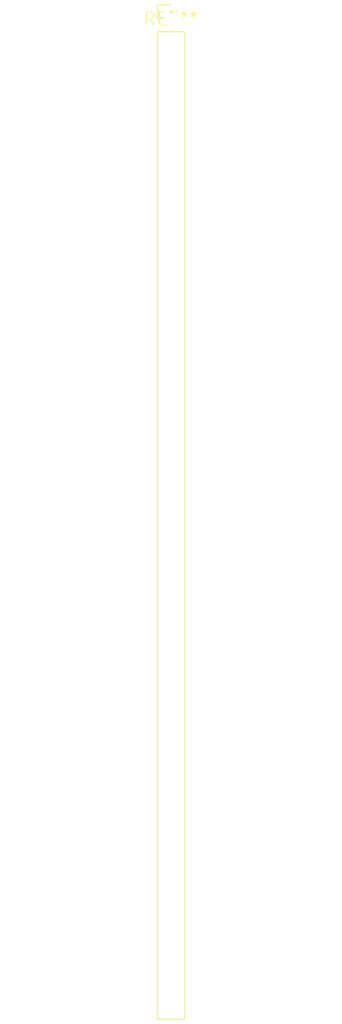
<source format=kicad_pcb>
(kicad_pcb (version 20240108) (generator pcbnew)
  (layers (0 "F.Cu" signal) (31 "B.Cu" signal) (34 "B.Paste" user) (35 "F.Paste" user) (36 "B.SilkS" user "B.Silkscreen") (37 "F.SilkS" user "F.Silkscreen") (38 "B.Mask" user) (39 "F.Mask" user) (44 "Edge.Cuts" user))
  (net 0 "")
  (footprint "PinHeader_1x39_P2.54mm_Vertical" (layer "F.Cu") (at 0 0)
    (property "Reference" "REF**")
    (property "Value" "PinHeader_1x39_P2.54mm_Vertical")
    (fp_line (start -1.33 -1.33) (end 0 -1.33) (layer "F.SilkS") (stroke (width 0.12)))
    (fp_line (start -1.33 0) (end -1.33 -1.33) (layer "F.SilkS") (stroke (width 0.12)))
    (fp_line (start -1.33 1.27) (end -1.33 97.85) (layer "F.SilkS") (stroke (width 0.12)))
    (fp_line (start -1.33 1.27) (end 1.33 1.27) (layer "F.SilkS") (stroke (width 0.12)))
    (fp_line (start -1.33 97.85) (end 1.33 97.85) (layer "F.SilkS") (stroke (width 0.12)))
    (fp_line (start 1.33 1.27) (end 1.33 97.85) (layer "F.SilkS") (stroke (width 0.12)))
    (pad "1" thru_hole rect (at 0 0) (size 1.7 1.7) (drill 1) (layers *.Cu *.Mask) (remove_unused_layers))
    (pad "2" thru_hole oval (at 0 2.54) (size 1.7 1.7) (drill 1) (layers *.Cu *.Mask) (remove_unused_layers))
    (pad "3" thru_hole oval (at 0 5.08) (size 1.7 1.7) (drill 1) (layers *.Cu *.Mask) (remove_unused_layers))
    (pad "4" thru_hole oval (at 0 7.62) (size 1.7 1.7) (drill 1) (layers *.Cu *.Mask) (remove_unused_layers))
    (pad "5" thru_hole oval (at 0 10.16) (size 1.7 1.7) (drill 1) (layers *.Cu *.Mask) (remove_unused_layers))
    (pad "6" thru_hole oval (at 0 12.7) (size 1.7 1.7) (drill 1) (layers *.Cu *.Mask) (remove_unused_layers))
    (pad "7" thru_hole oval (at 0 15.24) (size 1.7 1.7) (drill 1) (layers *.Cu *.Mask) (remove_unused_layers))
    (pad "8" thru_hole oval (at 0 17.78) (size 1.7 1.7) (drill 1) (layers *.Cu *.Mask) (remove_unused_layers))
    (pad "9" thru_hole oval (at 0 20.32) (size 1.7 1.7) (drill 1) (layers *.Cu *.Mask) (remove_unused_layers))
    (pad "10" thru_hole oval (at 0 22.86) (size 1.7 1.7) (drill 1) (layers *.Cu *.Mask) (remove_unused_layers))
    (pad "11" thru_hole oval (at 0 25.4) (size 1.7 1.7) (drill 1) (layers *.Cu *.Mask) (remove_unused_layers))
    (pad "12" thru_hole oval (at 0 27.94) (size 1.7 1.7) (drill 1) (layers *.Cu *.Mask) (remove_unused_layers))
    (pad "13" thru_hole oval (at 0 30.48) (size 1.7 1.7) (drill 1) (layers *.Cu *.Mask) (remove_unused_layers))
    (pad "14" thru_hole oval (at 0 33.02) (size 1.7 1.7) (drill 1) (layers *.Cu *.Mask) (remove_unused_layers))
    (pad "15" thru_hole oval (at 0 35.56) (size 1.7 1.7) (drill 1) (layers *.Cu *.Mask) (remove_unused_layers))
    (pad "16" thru_hole oval (at 0 38.1) (size 1.7 1.7) (drill 1) (layers *.Cu *.Mask) (remove_unused_layers))
    (pad "17" thru_hole oval (at 0 40.64) (size 1.7 1.7) (drill 1) (layers *.Cu *.Mask) (remove_unused_layers))
    (pad "18" thru_hole oval (at 0 43.18) (size 1.7 1.7) (drill 1) (layers *.Cu *.Mask) (remove_unused_layers))
    (pad "19" thru_hole oval (at 0 45.72) (size 1.7 1.7) (drill 1) (layers *.Cu *.Mask) (remove_unused_layers))
    (pad "20" thru_hole oval (at 0 48.26) (size 1.7 1.7) (drill 1) (layers *.Cu *.Mask) (remove_unused_layers))
    (pad "21" thru_hole oval (at 0 50.8) (size 1.7 1.7) (drill 1) (layers *.Cu *.Mask) (remove_unused_layers))
    (pad "22" thru_hole oval (at 0 53.34) (size 1.7 1.7) (drill 1) (layers *.Cu *.Mask) (remove_unused_layers))
    (pad "23" thru_hole oval (at 0 55.88) (size 1.7 1.7) (drill 1) (layers *.Cu *.Mask) (remove_unused_layers))
    (pad "24" thru_hole oval (at 0 58.42) (size 1.7 1.7) (drill 1) (layers *.Cu *.Mask) (remove_unused_layers))
    (pad "25" thru_hole oval (at 0 60.96) (size 1.7 1.7) (drill 1) (layers *.Cu *.Mask) (remove_unused_layers))
    (pad "26" thru_hole oval (at 0 63.5) (size 1.7 1.7) (drill 1) (layers *.Cu *.Mask) (remove_unused_layers))
    (pad "27" thru_hole oval (at 0 66.04) (size 1.7 1.7) (drill 1) (layers *.Cu *.Mask) (remove_unused_layers))
    (pad "28" thru_hole oval (at 0 68.58) (size 1.7 1.7) (drill 1) (layers *.Cu *.Mask) (remove_unused_layers))
    (pad "29" thru_hole oval (at 0 71.12) (size 1.7 1.7) (drill 1) (layers *.Cu *.Mask) (remove_unused_layers))
    (pad "30" thru_hole oval (at 0 73.66) (size 1.7 1.7) (drill 1) (layers *.Cu *.Mask) (remove_unused_layers))
    (pad "31" thru_hole oval (at 0 76.2) (size 1.7 1.7) (drill 1) (layers *.Cu *.Mask) (remove_unused_layers))
    (pad "32" thru_hole oval (at 0 78.74) (size 1.7 1.7) (drill 1) (layers *.Cu *.Mask) (remove_unused_layers))
    (pad "33" thru_hole oval (at 0 81.28) (size 1.7 1.7) (drill 1) (layers *.Cu *.Mask) (remove_unused_layers))
    (pad "34" thru_hole oval (at 0 83.82) (size 1.7 1.7) (drill 1) (layers *.Cu *.Mask) (remove_unused_layers))
    (pad "35" thru_hole oval (at 0 86.36) (size 1.7 1.7) (drill 1) (layers *.Cu *.Mask) (remove_unused_layers))
    (pad "36" thru_hole oval (at 0 88.9) (size 1.7 1.7) (drill 1) (layers *.Cu *.Mask) (remove_unused_layers))
    (pad "37" thru_hole oval (at 0 91.44) (size 1.7 1.7) (drill 1) (layers *.Cu *.Mask) (remove_unused_layers))
    (pad "38" thru_hole oval (at 0 93.98) (size 1.7 1.7) (drill 1) (layers *.Cu *.Mask) (remove_unused_layers))
    (pad "39" thru_hole oval (at 0 96.52) (size 1.7 1.7) (drill 1) (layers *.Cu *.Mask) (remove_unused_layers))
  )
)
</source>
